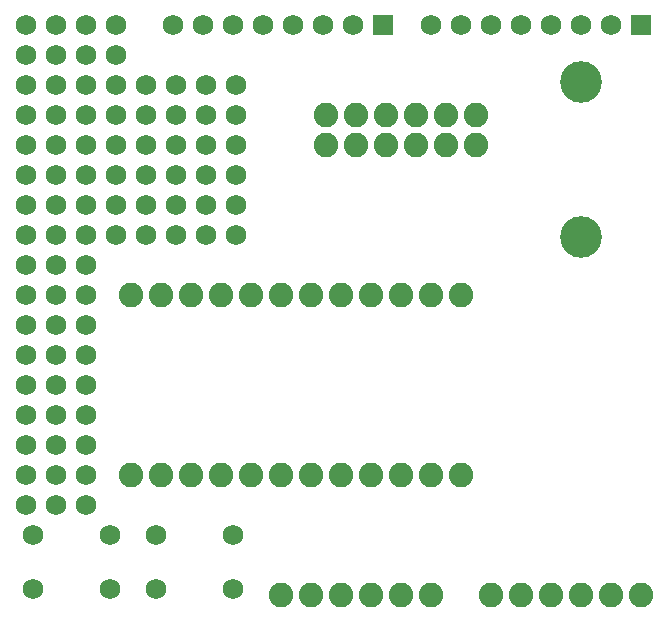
<source format=gbs>
G75*
G70*
%OFA0B0*%
%FSLAX24Y24*%
%IPPOS*%
%LPD*%
%AMOC8*
5,1,8,0,0,1.08239X$1,22.5*
%
%ADD10C,0.0820*%
%ADD11R,0.0680X0.0680*%
%ADD12C,0.0680*%
%ADD13C,0.1390*%
D10*
X004752Y005554D03*
X005752Y005554D03*
X006752Y005554D03*
X007752Y005554D03*
X008752Y005554D03*
X009752Y005554D03*
X010752Y005554D03*
X011752Y005554D03*
X012752Y005554D03*
X013752Y005554D03*
X014752Y005554D03*
X015752Y005554D03*
X016752Y001554D03*
X017752Y001554D03*
X018752Y001554D03*
X019752Y001554D03*
X020752Y001554D03*
X021752Y001554D03*
X014752Y001554D03*
X013752Y001554D03*
X012752Y001554D03*
X011752Y001554D03*
X010752Y001554D03*
X009752Y001554D03*
X009752Y011554D03*
X008752Y011554D03*
X007752Y011554D03*
X006752Y011554D03*
X005752Y011554D03*
X004752Y011554D03*
X010752Y011554D03*
X011752Y011554D03*
X012752Y011554D03*
X013752Y011554D03*
X014752Y011554D03*
X015752Y011554D03*
X015252Y016554D03*
X016252Y016554D03*
X016252Y017554D03*
X015252Y017554D03*
X014252Y017554D03*
X013252Y017554D03*
X012252Y017554D03*
X011252Y017554D03*
X011252Y016554D03*
X012252Y016554D03*
X013252Y016554D03*
X014252Y016554D03*
D11*
X013152Y020554D03*
X021752Y020554D03*
D12*
X001472Y001764D03*
X001472Y003544D03*
X001252Y004554D03*
X002252Y004554D03*
X003252Y004554D03*
X004032Y003544D03*
X005572Y003544D03*
X005572Y001764D03*
X004032Y001764D03*
X008132Y001764D03*
X008132Y003544D03*
X003252Y005554D03*
X002252Y005554D03*
X001252Y005554D03*
X001252Y006554D03*
X002252Y006554D03*
X003252Y006554D03*
X003252Y007554D03*
X002252Y007554D03*
X001252Y007554D03*
X001252Y008554D03*
X002252Y008554D03*
X003252Y008554D03*
X003252Y009554D03*
X002252Y009554D03*
X001252Y009554D03*
X001252Y010554D03*
X002252Y010554D03*
X003252Y010554D03*
X003252Y011554D03*
X002252Y011554D03*
X001252Y011554D03*
X001252Y012554D03*
X002252Y012554D03*
X003252Y012554D03*
X003252Y013554D03*
X004252Y013554D03*
X005252Y013554D03*
X006252Y013554D03*
X007252Y013554D03*
X008252Y013554D03*
X008252Y014554D03*
X007252Y014554D03*
X006252Y014554D03*
X005252Y014554D03*
X004252Y014554D03*
X003252Y014554D03*
X002252Y014554D03*
X002252Y013554D03*
X001252Y013554D03*
X001252Y014554D03*
X001252Y015554D03*
X002252Y015554D03*
X003252Y015554D03*
X004252Y015554D03*
X005252Y015554D03*
X006252Y015554D03*
X007252Y015554D03*
X008252Y015554D03*
X008252Y016554D03*
X007252Y016554D03*
X006252Y016554D03*
X005252Y016554D03*
X004252Y016554D03*
X003252Y016554D03*
X002252Y016554D03*
X001252Y016554D03*
X001252Y017554D03*
X002252Y017554D03*
X003252Y017554D03*
X004252Y017554D03*
X005252Y017554D03*
X006252Y017554D03*
X007252Y017554D03*
X008252Y017554D03*
X008252Y018554D03*
X007252Y018554D03*
X006252Y018554D03*
X005252Y018554D03*
X004252Y018554D03*
X003252Y018554D03*
X002252Y018554D03*
X001252Y018554D03*
X001252Y019554D03*
X002252Y019554D03*
X003252Y019554D03*
X004252Y019554D03*
X004252Y020554D03*
X003252Y020554D03*
X002252Y020554D03*
X001252Y020554D03*
X006152Y020554D03*
X007152Y020554D03*
X008152Y020554D03*
X009152Y020554D03*
X010152Y020554D03*
X011152Y020554D03*
X012152Y020554D03*
X014752Y020554D03*
X015752Y020554D03*
X016752Y020554D03*
X017752Y020554D03*
X018752Y020554D03*
X019752Y020554D03*
X020752Y020554D03*
D13*
X019752Y018639D03*
X019752Y013469D03*
M02*

</source>
